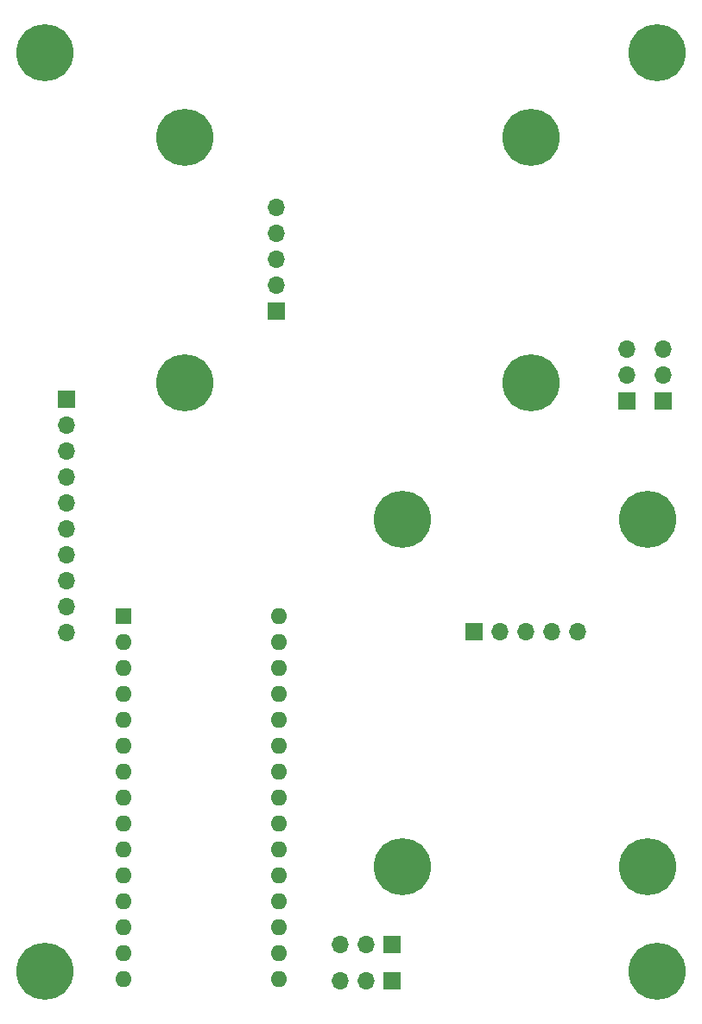
<source format=gbr>
%TF.GenerationSoftware,KiCad,Pcbnew,(6.0.4)*%
%TF.CreationDate,2022-12-06T12:03:58-05:00*%
%TF.ProjectId,BREAD_Slice,42524541-445f-4536-9c69-63652e6b6963,rev?*%
%TF.SameCoordinates,Original*%
%TF.FileFunction,Soldermask,Top*%
%TF.FilePolarity,Negative*%
%FSLAX46Y46*%
G04 Gerber Fmt 4.6, Leading zero omitted, Abs format (unit mm)*
G04 Created by KiCad (PCBNEW (6.0.4)) date 2022-12-06 12:03:58*
%MOMM*%
%LPD*%
G01*
G04 APERTURE LIST*
%ADD10R,1.700000X1.700000*%
%ADD11O,1.700000X1.700000*%
%ADD12C,5.600000*%
%ADD13R,1.600000X1.600000*%
%ADD14O,1.600000X1.600000*%
G04 APERTURE END LIST*
D10*
%TO.C,J7*%
X134475000Y-136425000D03*
D11*
X131935000Y-136425000D03*
X129395000Y-136425000D03*
%TD*%
D10*
%TO.C,J3*%
X142500000Y-102250000D03*
D11*
X145040000Y-102250000D03*
X147580000Y-102250000D03*
X150120000Y-102250000D03*
X152660000Y-102250000D03*
%TD*%
D10*
%TO.C,J6*%
X134475000Y-132875000D03*
D11*
X131935000Y-132875000D03*
X129395000Y-132875000D03*
%TD*%
D10*
%TO.C,J1*%
X102514466Y-79464466D03*
D11*
X102514466Y-82004466D03*
X102514466Y-84544466D03*
X102514466Y-87084466D03*
X102514466Y-89624466D03*
X102514466Y-92164466D03*
X102514466Y-94704466D03*
X102514466Y-97244466D03*
X102514466Y-99784466D03*
X102514466Y-102324466D03*
%TD*%
D10*
%TO.C,J2*%
X123139466Y-70814466D03*
D11*
X123139466Y-68274466D03*
X123139466Y-65734466D03*
X123139466Y-63194466D03*
X123139466Y-60654466D03*
%TD*%
D12*
%TO.C,H12*%
X160464466Y-45464466D03*
%TD*%
D10*
%TO.C,J5*%
X161025000Y-79575000D03*
D11*
X161025000Y-77035000D03*
X161025000Y-74495000D03*
%TD*%
D12*
%TO.C,H8*%
X100464466Y-45464466D03*
%TD*%
%TO.C,H9*%
X160464466Y-135464466D03*
%TD*%
%TO.C,H11*%
X135500000Y-125250000D03*
%TD*%
%TO.C,H4*%
X100464466Y-135464466D03*
%TD*%
D10*
%TO.C,J4*%
X157475000Y-79575000D03*
D11*
X157475000Y-77035000D03*
X157475000Y-74495000D03*
%TD*%
D12*
%TO.C,H2*%
X114114466Y-77814466D03*
%TD*%
%TO.C,H5*%
X148114466Y-53814466D03*
%TD*%
D13*
%TO.C,A1*%
X108114466Y-100664466D03*
D14*
X108114466Y-103204466D03*
X108114466Y-105744466D03*
X108114466Y-108284466D03*
X108114466Y-110824466D03*
X108114466Y-113364466D03*
X108114466Y-115904466D03*
X108114466Y-118444466D03*
X108114466Y-120984466D03*
X108114466Y-123524466D03*
X108114466Y-126064466D03*
X108114466Y-128604466D03*
X108114466Y-131144466D03*
X108114466Y-133684466D03*
X108114466Y-136224466D03*
X123354466Y-136224466D03*
X123354466Y-133684466D03*
X123354466Y-131144466D03*
X123354466Y-128604466D03*
X123354466Y-126064466D03*
X123354466Y-123524466D03*
X123354466Y-120984466D03*
X123354466Y-118444466D03*
X123354466Y-115904466D03*
X123354466Y-113364466D03*
X123354466Y-110824466D03*
X123354466Y-108284466D03*
X123354466Y-105744466D03*
X123354466Y-103204466D03*
X123354466Y-100664466D03*
%TD*%
D12*
%TO.C,H1*%
X159500000Y-91250000D03*
%TD*%
%TO.C,H3*%
X148114466Y-77814466D03*
%TD*%
%TO.C,H10*%
X135500000Y-91250000D03*
%TD*%
%TO.C,H6*%
X159500000Y-125250000D03*
%TD*%
%TO.C,H7*%
X114114466Y-53814466D03*
%TD*%
M02*

</source>
